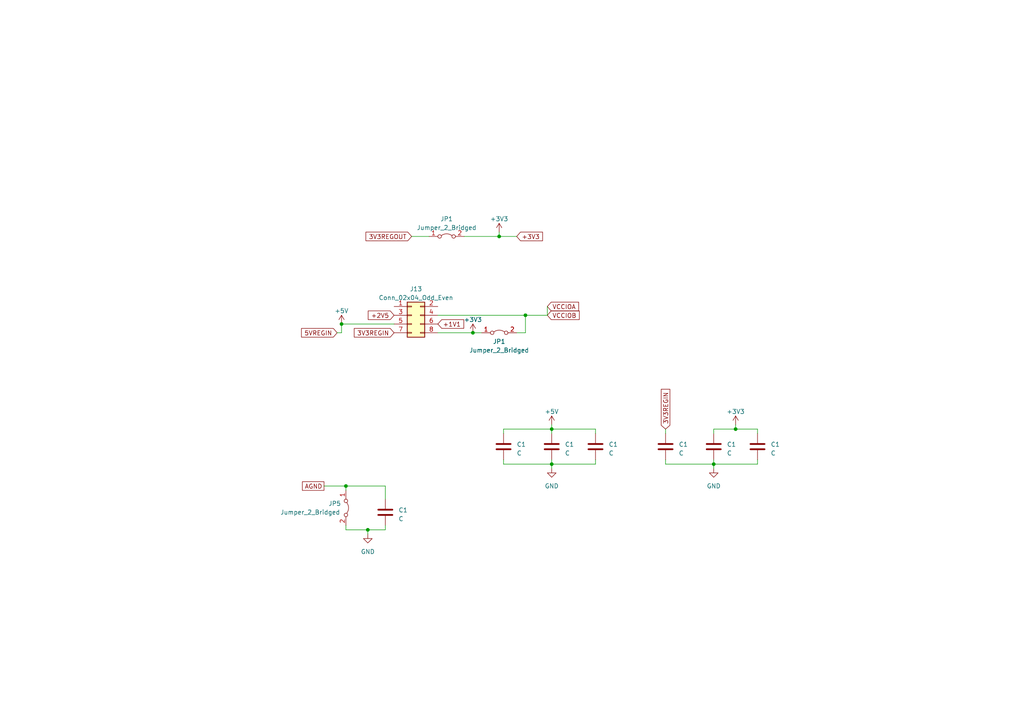
<source format=kicad_sch>
(kicad_sch (version 20230121) (generator eeschema)
  (paper "A4")
  (lib_symbols
    (symbol "Connector_Generic:Conn_02x04_Odd_Even" (pin_names (offset 1.016) hide)
      (property "Reference" "J" (at 1.27 5.08 0))
      (property "Value" "Conn_02x04_Odd_Even" (at 1.27 -7.62 0))
      (symbol "Conn_02x04_Odd_Even_1_1"
        (rectangle (start -1.27 -4.953) (end 0 -5.207) (stroke (width 0.1524)))
        (rectangle (start -1.27 -2.413) (end 0 -2.667) (stroke (width 0.1524)))
        (rectangle (start -1.27 0.127) (end 0 -0.127) (stroke (width 0.1524)))
        (rectangle (start -1.27 2.667) (end 0 2.413) (stroke (width 0.1524)))
        (rectangle (start -1.27 3.81) (end 3.81 -6.35) (stroke (width 0.254)) (fill (type background)))
        (rectangle (start 3.81 -4.953) (end 2.54 -5.207) (stroke (width 0.1524)))
        (rectangle (start 3.81 -2.413) (end 2.54 -2.667) (stroke (width 0.1524)))
        (rectangle (start 3.81 0.127) (end 2.54 -0.127) (stroke (width 0.1524)))
        (rectangle (start 3.81 2.667) (end 2.54 2.413) (stroke (width 0.1524)))
        (pin passive line (at -5.08 2.54 0) (length 3.81) (name "Pin_1") (number "1"))
        (pin passive line (at 7.62 2.54 180) (length 3.81) (name "Pin_2") (number "2"))
        (pin passive line (at -5.08 0 0) (length 3.81) (name "Pin_3") (number "3"))
        (pin passive line (at 7.62 0 180) (length 3.81) (name "Pin_4") (number "4"))
        (pin passive line (at -5.08 -2.54 0) (length 3.81) (name "Pin_5") (number "5"))
        (pin passive line (at 7.62 -2.54 180) (length 3.81) (name "Pin_6") (number "6"))
        (pin passive line (at -5.08 -5.08 0) (length 3.81) (name "Pin_7") (number "7"))
        (pin passive line (at 7.62 -5.08 180) (length 3.81) (name "Pin_8") (number "8"))
      )
    )
    (symbol "Device:C" (pin_numbers hide) (pin_names (offset 0.254))
      (property "Reference" "C" (at 0.635 2.54 0))
      (property "Value" "C" (at 0.635 -2.54 0))
      (symbol "C_0_1"
        (polyline (pts (xy -2.032 -0.762) (xy 2.032 -0.762)) (stroke (width 0.508)))
        (polyline (pts (xy -2.032 0.762) (xy 2.032 0.762)) (stroke (width 0.508)))
      )
      (symbol "C_1_1"
        (pin passive line (at 0 3.81 270) (length 2.794) (name "~") (number "1"))
        (pin passive line (at 0 -3.81 90) (length 2.794) (name "~") (number "2"))
      )
    )
    (symbol "Jumper:Jumper_2_Bridged" (pin_names (offset 0) hide)
      (property "Reference" "JP" (at 0 1.905 0))
      (property "Value" "Jumper_2_Bridged" (at 0 -2.54 0))
      (symbol "Jumper_2_Bridged_0_0"
        (circle (center -2.032 0) (radius 0.508))
        (circle (center 2.032 0) (radius 0.508))
      )
      (symbol "Jumper_2_Bridged_0_1"
        (arc (start 1.524 0.254) (mid 0 0.762) (end -1.524 0.254))
      )
      (symbol "Jumper_2_Bridged_1_1"
        (pin passive line (at -5.08 0 0) (length 2.54) (name "A") (number "1"))
        (pin passive line (at 5.08 0 180) (length 2.54) (name "B") (number "2"))
      )
    )
    (symbol "power:+3V3" (power) (pin_names (offset 0))
      (property "Value" "+3V3" (at 0 3.556 0))
      (symbol "+3V3_0_1"
        (polyline (pts (xy -0.762 1.27) (xy 0 2.54)))
        (polyline (pts (xy 0 0) (xy 0 2.54)))
        (polyline (pts (xy 0 2.54) (xy 0.762 1.27)))
      )
      (symbol "+3V3_1_1"
        (pin power_in line (at 0 0 90) (length 0) hide (name "+3V3") (number "1"))
      )
    )
    (symbol "power:+5V" (power) (pin_names (offset 0))
      (property "Value" "+5V" (at 0 3.556 0))
      (symbol "+5V_0_1"
        (polyline (pts (xy -0.762 1.27) (xy 0 2.54)))
        (polyline (pts (xy 0 0) (xy 0 2.54)))
        (polyline (pts (xy 0 2.54) (xy 0.762 1.27)))
      )
      (symbol "+5V_1_1"
        (pin power_in line (at 0 0 90) (length 0) hide (name "+5V") (number "1"))
      )
    )
    (symbol "power:GND" (power) (pin_names (offset 0))
      (property "Value" "GND" (at 0 -3.81 0))
      (symbol "GND_0_1"
        (polyline (pts (xy 0 0) (xy 0 -1.27) (xy 1.27 -1.27) (xy 0 -2.54) (xy -1.27 -1.27) (xy 0 -1.27)))
      )
      (symbol "GND_1_1"
        (pin power_in line (at 0 0 270) (length 0) hide (name "GND") (number "1"))
      )
    )
  )
  (junction (at 106.68 153.67))
  (junction (at 99.06 93.98))
  (junction (at 160.02 134.62))
  (junction (at 100.33 140.97))
  (junction (at 207.01 134.62))
  (junction (at 160.02 124.46))
  (junction (at 137.16 96.52))
  (junction (at 213.36 124.46))
  (junction (at 144.78 68.58))
  (junction (at 152.4 91.44))
  (wire (pts (xy 193.04 133.35) (xy 193.04 134.62)))
  (wire (pts (xy 144.78 68.58) (xy 134.62 68.58)))
  (wire (pts (xy 149.86 96.52) (xy 152.4 96.52)))
  (wire (pts (xy 127 91.44) (xy 152.4 91.44)))
  (wire (pts (xy 106.68 153.67) (xy 111.76 153.67)))
  (wire (pts (xy 207.01 134.62) (xy 207.01 133.35)))
  (wire (pts (xy 152.4 91.44) (xy 158.75 91.44)))
  (wire (pts (xy 146.05 134.62) (xy 160.02 134.62)))
  (wire (pts (xy 213.36 123.19) (xy 213.36 124.46)))
  (wire (pts (xy 207.01 124.46) (xy 207.01 125.73)))
  (wire (pts (xy 213.36 124.46) (xy 219.71 124.46)))
  (wire (pts (xy 100.33 152.4) (xy 100.33 153.67)))
  (wire (pts (xy 93.98 140.97) (xy 100.33 140.97)))
  (wire (pts (xy 207.01 134.62) (xy 219.71 134.62)))
  (wire (pts (xy 144.78 68.58) (xy 149.86 68.58)))
  (wire (pts (xy 213.36 124.46) (xy 207.01 124.46)))
  (wire (pts (xy 99.06 93.98) (xy 114.3 93.98)))
  (wire (pts (xy 219.71 124.46) (xy 219.71 125.73)))
  (wire (pts (xy 111.76 140.97) (xy 111.76 144.78)))
  (wire (pts (xy 160.02 124.46) (xy 160.02 125.73)))
  (wire (pts (xy 146.05 124.46) (xy 160.02 124.46)))
  (wire (pts (xy 160.02 123.19) (xy 160.02 124.46)))
  (wire (pts (xy 172.72 134.62) (xy 172.72 133.35)))
  (wire (pts (xy 152.4 96.52) (xy 152.4 91.44)))
  (wire (pts (xy 158.75 91.44) (xy 158.75 88.9)))
  (wire (pts (xy 146.05 125.73) (xy 146.05 124.46)))
  (wire (pts (xy 144.78 67.31) (xy 144.78 68.58)))
  (wire (pts (xy 127 96.52) (xy 137.16 96.52)))
  (wire (pts (xy 160.02 124.46) (xy 172.72 124.46)))
  (wire (pts (xy 137.16 96.52) (xy 139.7 96.52)))
  (wire (pts (xy 111.76 152.4) (xy 111.76 153.67)))
  (wire (pts (xy 100.33 140.97) (xy 100.33 142.24)))
  (wire (pts (xy 160.02 134.62) (xy 160.02 133.35)))
  (wire (pts (xy 100.33 140.97) (xy 111.76 140.97)))
  (wire (pts (xy 219.71 134.62) (xy 219.71 133.35)))
  (wire (pts (xy 193.04 134.62) (xy 207.01 134.62)))
  (wire (pts (xy 100.33 153.67) (xy 106.68 153.67)))
  (wire (pts (xy 172.72 124.46) (xy 172.72 125.73)))
  (wire (pts (xy 97.79 96.52) (xy 99.06 96.52)))
  (wire (pts (xy 160.02 134.62) (xy 172.72 134.62)))
  (wire (pts (xy 207.01 134.62) (xy 207.01 135.89)))
  (wire (pts (xy 160.02 134.62) (xy 160.02 135.89)))
  (wire (pts (xy 99.06 96.52) (xy 99.06 93.98)))
  (wire (pts (xy 119.38 68.58) (xy 124.46 68.58)))
  (wire (pts (xy 146.05 133.35) (xy 146.05 134.62)))
  (wire (pts (xy 193.04 125.73) (xy 193.04 124.46)))
  (wire (pts (xy 106.68 153.67) (xy 106.68 154.94)))
  (global_label "+3V3" (shape input) (at 149.86 68.58 0) (property "Intersheetrefs" "${INTERSHEET_REFS}" (effects hide)))
  (global_label "+2V5" (shape input) (at 114.3 91.44 180) (property "Intersheetrefs" "${INTERSHEET_REFS}" (effects hide)))
  (global_label "VCCIOA" (shape input) (at 158.75 88.9 0) (property "Intersheetrefs" "${INTERSHEET_REFS}" (effects hide)))
  (global_label "5VREGIN" (shape input) (at 97.79 96.52 180) (property "Intersheetrefs" "${INTERSHEET_REFS}" (effects hide)))
  (global_label "VCCIOB" (shape input) (at 158.75 91.44 0) (property "Intersheetrefs" "${INTERSHEET_REFS}" (effects hide)))
  (global_label "+1V1" (shape input) (at 127 93.98 0) (property "Intersheetrefs" "${INTERSHEET_REFS}" (effects hide)))
  (global_label "3V3REGOUT" (shape input) (at 119.38 68.58 180) (property "Intersheetrefs" "${INTERSHEET_REFS}" (effects hide)))
  (global_label "3V3REGIN" (shape input) (at 114.3 96.52 180) (property "Intersheetrefs" "${INTERSHEET_REFS}" (effects hide)))
  (global_label "3V3REGIN" (shape input) (at 193.04 124.46 90) (property "Intersheetrefs" "${INTERSHEET_REFS}" (effects hide)))
  (global_label "AGND" (shape passive) (at 93.98 140.97 180) (property "Intersheetrefs" "${INTERSHEET_REFS}" (effects hide)))
  (symbol (lib_id "Device:C") (at 160.02 129.54 0) (unit 1)
    (property "Reference" "C1" (at 163.83 128.905 0) (effects (justify left)))
    (property "Value" "C" (at 163.83 131.445 0) (effects (justify left)))
    (property "Footprint" "Capacitor_SMD:C_0805_2012Metric" (effects hide))
    (instances (project "motherboard" (path "" (reference "C1") (unit 1)) (path "" (reference "C3") (unit 1))))
  )
  (symbol (lib_id "Device:C") (at 219.71 129.54 0) (unit 1)
    (property "Reference" "C1" (at 223.52 128.905 0) (effects (justify left)))
    (property "Value" "C" (at 223.52 131.445 0) (effects (justify left)))
    (property "Footprint" "Capacitor_SMD:C_0805_2012Metric" (effects hide))
    (instances (project "motherboard" (path "" (reference "C1") (unit 1)) (path "" (reference "C7") (unit 1))))
  )
  (symbol (lib_id "Connector_Generic:Conn_02x04_Odd_Even") (at 119.38 91.44 0) (unit 1)
    (property "Reference" "J13" (at 120.65 83.82 0))
    (property "Value" "Conn_02x04_Odd_Even" (at 120.65 86.36 0))
    (property "Footprint" "Connector_PinHeader_2.54mm:PinHeader_2x04_P2.54mm_Vertical" (effects hide))
  )
  (symbol (lib_id "Jumper:Jumper_2_Bridged") (at 144.78 96.52 0) (unit 1)
    (property "Reference" "JP1" (at 144.78 99.06 0))
    (property "Value" "Jumper_2_Bridged" (at 144.78 101.6 0))
    (property "Footprint" "Jumper:SolderJumper-2_P1.3mm_Bridged2Bar_RoundedPad1.0x1.5mm" (effects hide))
    (instances (project "motherboard" (path "" (reference "JP1") (unit 1)) (path "" (reference "JP5") (unit 1))))
  )
  (symbol (lib_id "Device:C") (at 111.76 148.59 0) (unit 1)
    (property "Reference" "C1" (at 115.57 147.955 0) (effects (justify left)))
    (property "Value" "C" (at 115.57 150.495 0) (effects (justify left)))
    (property "Footprint" "Capacitor_SMD:C_0805_2012Metric" (effects hide))
  )
  (symbol (lib_id "Device:C") (at 146.05 129.54 0) (unit 1)
    (property "Reference" "C1" (at 149.86 128.905 0) (effects (justify left)))
    (property "Value" "C" (at 149.86 131.445 0) (effects (justify left)))
    (property "Footprint" "Capacitor_SMD:C_0805_2012Metric" (effects hide))
    (instances (project "motherboard" (path "" (reference "C1") (unit 1)) (path "" (reference "C2") (unit 1))))
  )
  (symbol (lib_id "power:GND") (at 160.02 135.89 0) (unit 1)
    (property "Reference" "#PWR082" (effects hide))
    (property "Value" "GND" (at 160.02 140.97 0))
  )
  (symbol (lib_id "power:+5V") (at 160.02 123.19 0) (unit 1)
    (property "Reference" "#PWR076" (effects hide))
    (property "Value" "+5V" (at 160.02 119.38 0))
  )
  (symbol (lib_id "Device:C") (at 207.01 129.54 0) (unit 1)
    (property "Reference" "C1" (at 210.82 128.905 0) (effects (justify left)))
    (property "Value" "C" (at 210.82 131.445 0) (effects (justify left)))
    (property "Footprint" "Capacitor_SMD:C_0805_2012Metric" (effects hide))
    (instances (project "motherboard" (path "" (reference "C1") (unit 1)) (path "" (reference "C6") (unit 1))))
  )
  (symbol (lib_id "Jumper:Jumper_2_Bridged") (at 129.54 68.58 0) (unit 1)
    (property "Reference" "JP1" (at 129.54 63.5 0))
    (property "Value" "Jumper_2_Bridged" (at 129.54 66.04 0))
    (property "Footprint" "Jumper:SolderJumper-2_P1.3mm_Bridged2Bar_RoundedPad1.0x1.5mm" (effects hide))
    (instances (project "motherboard" (path "" (reference "JP1") (unit 1)) (path "" (reference "JP4") (unit 1))))
  )
  (symbol (lib_id "power:+3V3") (at 144.78 67.31 0) (unit 1)
    (property "Reference" "#PWR074" (effects hide))
    (property "Value" "+3V3" (at 144.78 63.5 0))
  )
  (symbol (lib_id "power:GND") (at 207.01 135.89 0) (unit 1)
    (property "Reference" "#PWR084" (effects hide))
    (property "Value" "GND" (at 207.01 140.97 0))
  )
  (symbol (lib_id "power:+3V3") (at 137.16 96.52 0) (unit 1)
    (property "Reference" "#PWR071" (effects hide))
    (property "Value" "+3V3" (at 137.16 92.71 0))
  )
  (symbol (lib_id "Jumper:Jumper_2_Bridged") (at 100.33 147.32 270) (unit 1)
    (property "Reference" "JP5" (at 95.25 146.05 90) (effects (justify left)))
    (property "Value" "Jumper_2_Bridged" (at 81.28 148.59 90) (effects (justify left)))
    (property "Footprint" "Jumper:SolderJumper-2_P1.3mm_Bridged2Bar_RoundedPad1.0x1.5mm" (effects hide))
    (instances (project "motherboard" (path "" (reference "JP5") (unit 1)) (path "" (reference "JP3") (unit 1))))
  )
  (symbol (lib_id "Device:C") (at 172.72 129.54 0) (unit 1)
    (property "Reference" "C1" (at 176.53 128.905 0) (effects (justify left)))
    (property "Value" "C" (at 176.53 131.445 0) (effects (justify left)))
    (property "Footprint" "Capacitor_SMD:C_0805_2012Metric" (effects hide))
    (instances (project "motherboard" (path "" (reference "C1") (unit 1)) (path "" (reference "C4") (unit 1))))
  )
  (symbol (lib_id "power:GND") (at 106.68 154.94 0) (unit 1)
    (property "Reference" "#PWR074" (effects hide))
    (property "Value" "GND" (at 106.68 160.02 0))
    (instances (project "motherboard" (path "" (reference "#PWR074") (unit 1)) (path "" (reference "#PWR070") (unit 1))))
  )
  (symbol (lib_id "Device:C") (at 193.04 129.54 0) (unit 1)
    (property "Reference" "C1" (at 196.85 128.905 0) (effects (justify left)))
    (property "Value" "C" (at 196.85 131.445 0) (effects (justify left)))
    (property "Footprint" "Capacitor_SMD:C_0805_2012Metric" (effects hide))
    (instances (project "motherboard" (path "" (reference "C1") (unit 1)) (path "" (reference "C5") (unit 1))))
  )
  (symbol (lib_id "power:+5V") (at 99.06 93.98 0) (mirror y) (unit 1)
    (property "Reference" "#PWR069" (effects hide))
    (property "Value" "+5V" (at 99.06 90.17 0))
  )
  (symbol (lib_id "power:+3V3") (at 213.36 123.19 0) (mirror y) (unit 1)
    (property "Reference" "#PWR083" (effects hide))
    (property "Value" "+3V3" (at 213.36 119.38 0))
  )
)
</source>
